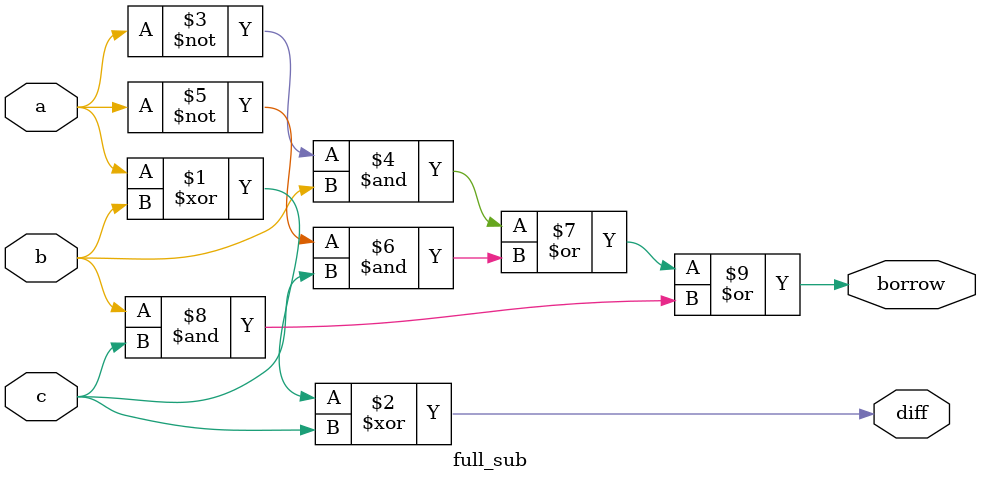
<source format=v>
module full_sub(a,b,c,diff,borrow);
input a,b,c;
output diff,borrow;
assign diff = a ^ b ^ c;
assign borrow = ((~a) & b) | ((~a) & c) | (b & c);
endmodule

</source>
